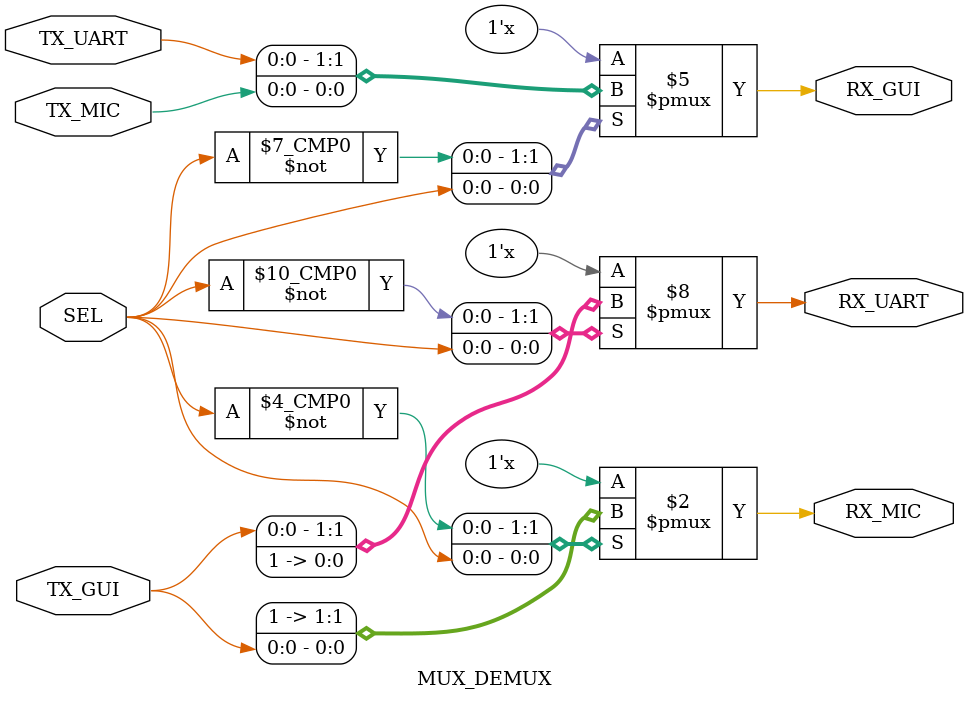
<source format=v>
`timescale 1ns / 1ps
module MUX_DEMUX(
    input SEL,
    input TX_GUI,
    input TX_UART,
    input TX_MIC,
    output RX_UART,
    output RX_MIC,
    output RX_GUI
    );
    reg RX_UART, RX_MIC, RX_GUI;
    always@*
    begin
        case (SEL)        
            0 : begin
            RX_UART = TX_GUI;
            RX_GUI = TX_UART;
            RX_MIC = 1;            
            end
            
            1 : begin
            RX_MIC = TX_GUI;
            RX_GUI = TX_MIC;
            RX_UART = 1;
            end
        endcase
    end
endmodule

</source>
